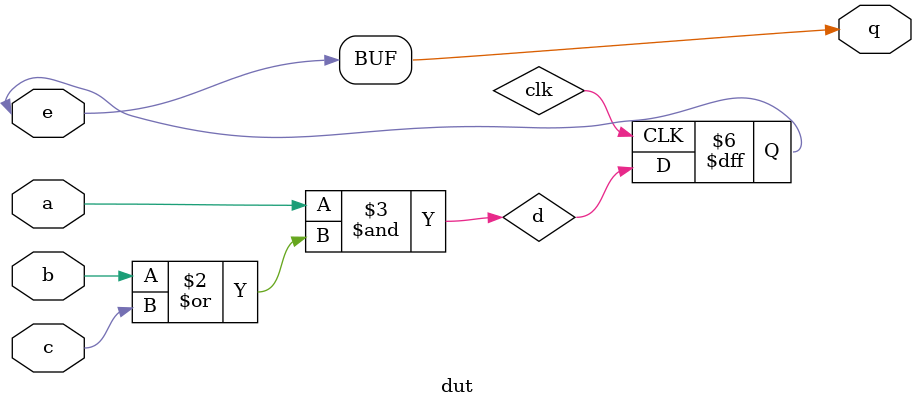
<source format=v>
/**
    14,16
*/

module dut (input a,b,c,e, output q); 
    wire a, b, c; 
    reg r; 
    reg clk; 
    reg q; 
    reg d; 
    always @(a,b,c) 
       d = a & (b|c); 
    always @(e) 
       q = e; 
    always @(posedge clk) 
        q <= d;    
endmodule
</source>
